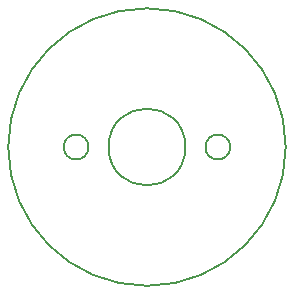
<source format=gm1>
G04 #@! TF.GenerationSoftware,KiCad,Pcbnew,7.0.1*
G04 #@! TF.CreationDate,2023-05-14T14:12:37+02:00*
G04 #@! TF.ProjectId,Schablone,53636861-626c-46f6-9e65-2e6b69636164,rev?*
G04 #@! TF.SameCoordinates,Original*
G04 #@! TF.FileFunction,Profile,NP*
%FSLAX46Y46*%
G04 Gerber Fmt 4.6, Leading zero omitted, Abs format (unit mm)*
G04 Created by KiCad (PCBNEW 7.0.1) date 2023-05-14 14:12:37*
%MOMM*%
%LPD*%
G01*
G04 APERTURE LIST*
G04 #@! TA.AperFunction,Profile*
%ADD10C,0.200000*%
G04 #@! TD*
G04 APERTURE END LIST*
D10*
X153041195Y-90254433D02*
G75*
G03*
X153041195Y-90254433I-1050000J0D01*
G01*
X149241195Y-90254433D02*
G75*
G03*
X149241195Y-90254433I-3250000J0D01*
G01*
X141041195Y-90254433D02*
G75*
G03*
X141041195Y-90254433I-1050000J0D01*
G01*
X157741195Y-90254433D02*
G75*
G03*
X157741195Y-90254433I-11750000J0D01*
G01*
M02*

</source>
